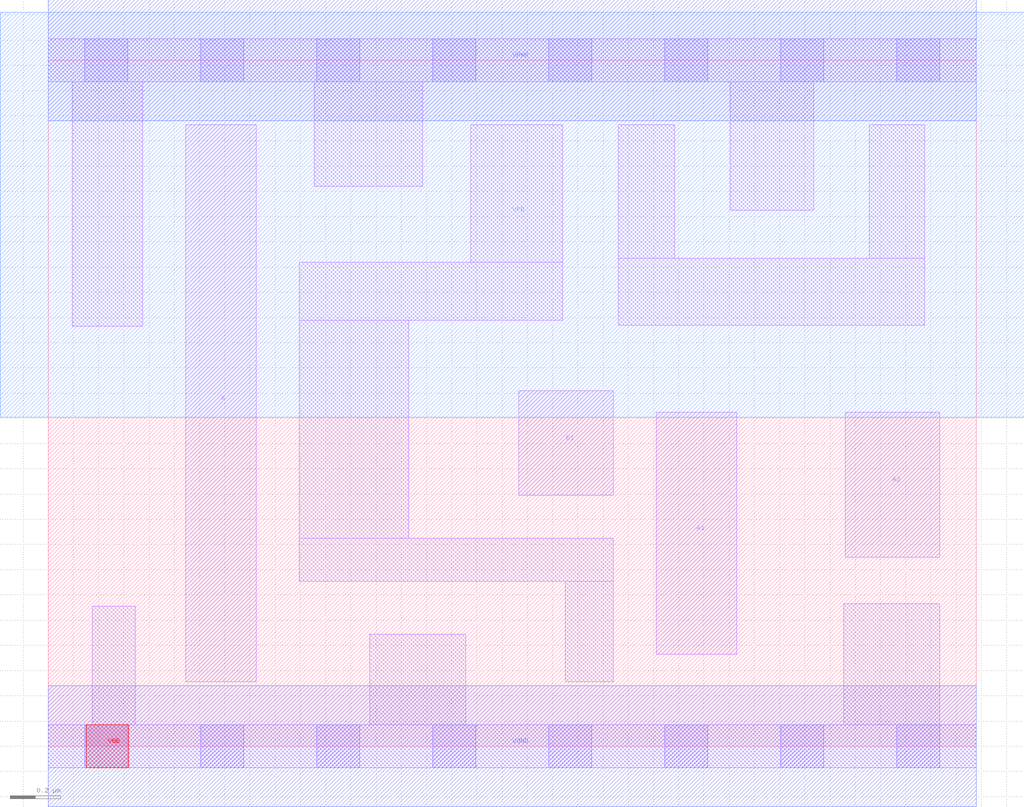
<source format=lef>
# Copyright 2020 The SkyWater PDK Authors
#
# Licensed under the Apache License, Version 2.0 (the "License");
# you may not use this file except in compliance with the License.
# You may obtain a copy of the License at
#
#     https://www.apache.org/licenses/LICENSE-2.0
#
# Unless required by applicable law or agreed to in writing, software
# distributed under the License is distributed on an "AS IS" BASIS,
# WITHOUT WARRANTIES OR CONDITIONS OF ANY KIND, either express or implied.
# See the License for the specific language governing permissions and
# limitations under the License.
#
# SPDX-License-Identifier: Apache-2.0

VERSION 5.7 ;
  NOWIREEXTENSIONATPIN ON ;
  DIVIDERCHAR "/" ;
  BUSBITCHARS "[]" ;
PROPERTYDEFINITIONS
  MACRO maskLayoutSubType STRING ;
  MACRO prCellType STRING ;
  MACRO originalViewName STRING ;
END PROPERTYDEFINITIONS
MACRO sky130_fd_sc_hdll__a21o_2
  CLASS CORE ;
  FOREIGN sky130_fd_sc_hdll__a21o_2 ;
  ORIGIN  0.000000  0.000000 ;
  SIZE  3.680000 BY  2.720000 ;
  SYMMETRY X Y R90 ;
  SITE unithd ;
  PIN A1
    ANTENNAGATEAREA  0.277500 ;
    DIRECTION INPUT ;
    USE SIGNAL ;
    PORT
      LAYER li1 ;
        RECT 2.410000 0.365000 2.730000 1.325000 ;
    END
  END A1
  PIN A2
    ANTENNAGATEAREA  0.277500 ;
    DIRECTION INPUT ;
    USE SIGNAL ;
    PORT
      LAYER li1 ;
        RECT 3.160000 0.750000 3.535000 1.325000 ;
    END
  END A2
  PIN B1
    ANTENNAGATEAREA  0.277500 ;
    DIRECTION INPUT ;
    USE SIGNAL ;
    PORT
      LAYER li1 ;
        RECT 1.865000 0.995000 2.240000 1.410000 ;
    END
  END B1
  PIN X
    ANTENNADIFFAREA  0.629500 ;
    DIRECTION OUTPUT ;
    USE SIGNAL ;
    PORT
      LAYER li1 ;
        RECT 0.545000 0.255000 0.825000 2.465000 ;
    END
  END X
  PIN VGND
    DIRECTION INOUT ;
    USE GROUND ;
    PORT
      LAYER met1 ;
        RECT 0.000000 -0.240000 3.680000 0.240000 ;
    END
  END VGND
  PIN VNB
    DIRECTION INOUT ;
    USE GROUND ;
    PORT
      LAYER pwell ;
        RECT 0.150000 -0.085000 0.320000 0.085000 ;
    END
  END VNB
  PIN VPB
    DIRECTION INOUT ;
    USE POWER ;
    PORT
      LAYER nwell ;
        RECT -0.190000 1.305000 3.870000 2.910000 ;
    END
  END VPB
  PIN VPWR
    DIRECTION INOUT ;
    USE POWER ;
    PORT
      LAYER met1 ;
        RECT 0.000000 2.480000 3.680000 2.960000 ;
    END
  END VPWR
  OBS
    LAYER li1 ;
      RECT 0.000000 -0.085000 3.680000 0.085000 ;
      RECT 0.000000  2.635000 3.680000 2.805000 ;
      RECT 0.095000  1.665000 0.375000 2.635000 ;
      RECT 0.175000  0.085000 0.345000 0.555000 ;
      RECT 0.995000  0.655000 2.240000 0.825000 ;
      RECT 0.995000  0.825000 1.430000 1.690000 ;
      RECT 0.995000  1.690000 2.040000 1.920000 ;
      RECT 1.055000  2.220000 1.485000 2.635000 ;
      RECT 1.275000  0.085000 1.655000 0.445000 ;
      RECT 1.675000  1.920000 2.040000 2.465000 ;
      RECT 2.050000  0.255000 2.240000 0.655000 ;
      RECT 2.260000  1.670000 3.475000 1.935000 ;
      RECT 2.260000  1.935000 2.485000 2.465000 ;
      RECT 2.705000  2.125000 3.035000 2.635000 ;
      RECT 3.155000  0.085000 3.535000 0.565000 ;
      RECT 3.255000  1.935000 3.475000 2.465000 ;
    LAYER mcon ;
      RECT 0.145000 -0.085000 0.315000 0.085000 ;
      RECT 0.145000  2.635000 0.315000 2.805000 ;
      RECT 0.605000 -0.085000 0.775000 0.085000 ;
      RECT 0.605000  2.635000 0.775000 2.805000 ;
      RECT 1.065000 -0.085000 1.235000 0.085000 ;
      RECT 1.065000  2.635000 1.235000 2.805000 ;
      RECT 1.525000 -0.085000 1.695000 0.085000 ;
      RECT 1.525000  2.635000 1.695000 2.805000 ;
      RECT 1.985000 -0.085000 2.155000 0.085000 ;
      RECT 1.985000  2.635000 2.155000 2.805000 ;
      RECT 2.445000 -0.085000 2.615000 0.085000 ;
      RECT 2.445000  2.635000 2.615000 2.805000 ;
      RECT 2.905000 -0.085000 3.075000 0.085000 ;
      RECT 2.905000  2.635000 3.075000 2.805000 ;
      RECT 3.365000 -0.085000 3.535000 0.085000 ;
      RECT 3.365000  2.635000 3.535000 2.805000 ;
  END
  PROPERTY maskLayoutSubType "abstract" ;
  PROPERTY prCellType "standard" ;
  PROPERTY originalViewName "layout" ;
END sky130_fd_sc_hdll__a21o_2
END LIBRARY

</source>
